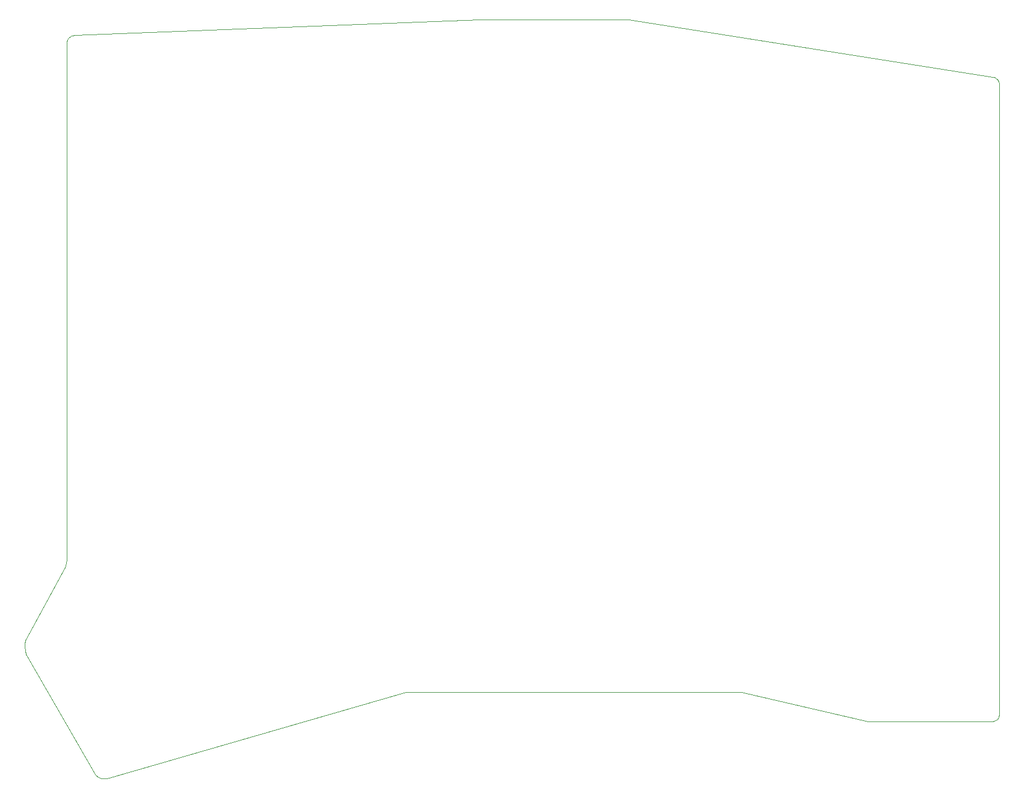
<source format=gm1>
G04 #@! TF.GenerationSoftware,KiCad,Pcbnew,(6.0.2-0)*
G04 #@! TF.CreationDate,2022-02-19T09:10:41+00:00*
G04 #@! TF.ProjectId,SofleKeyboard,536f666c-654b-4657-9962-6f6172642e6b,rev?*
G04 #@! TF.SameCoordinates,Original*
G04 #@! TF.FileFunction,Profile,NP*
%FSLAX46Y46*%
G04 Gerber Fmt 4.6, Leading zero omitted, Abs format (unit mm)*
G04 Created by KiCad (PCBNEW (6.0.2-0)) date 2022-02-19 09:10:41*
%MOMM*%
%LPD*%
G01*
G04 APERTURE LIST*
G04 #@! TA.AperFunction,Profile*
%ADD10C,0.100000*%
G04 #@! TD*
G04 APERTURE END LIST*
D10*
X131480128Y-136189000D02*
X180826000Y-136189000D01*
X199434300Y-140448820D02*
X180826000Y-136189000D01*
X75626000Y-130589000D02*
X75476000Y-130089000D01*
X75476000Y-130089000D02*
X75426000Y-129489000D01*
X75426000Y-129489000D02*
X75426000Y-129089000D01*
X75426000Y-129089000D02*
X75526000Y-128589000D01*
X81601257Y-116589000D02*
X81526000Y-117239000D01*
X81526000Y-117239000D02*
X81326000Y-117839000D01*
X85876000Y-148389000D02*
X86226000Y-148689000D01*
X86226000Y-148689000D02*
X86676000Y-148839000D01*
X86676000Y-148839000D02*
X87112000Y-148905000D01*
X75526000Y-128589000D02*
X81326000Y-117839000D01*
X81937259Y-39851831D02*
X82107752Y-39711160D01*
X81690377Y-40218014D02*
X81796590Y-40022327D01*
X218609881Y-46186807D02*
X218696281Y-46367672D01*
X217801441Y-45634146D02*
X218003111Y-45685776D01*
X81796590Y-40022327D02*
X81937259Y-39851831D01*
X218003111Y-45685776D02*
X218187871Y-45770466D01*
X218750381Y-46563571D02*
X218769181Y-46770902D01*
X85876000Y-148389000D02*
X75626000Y-130589000D01*
X217940741Y-140448819D02*
X199434300Y-140448820D01*
X217940741Y-140448819D02*
G75*
G03*
X218768802Y-139625974I6720J821315D01*
G01*
X218769181Y-46770902D02*
X218768802Y-139625974D01*
X81623257Y-40434261D02*
X81690377Y-40218014D01*
X164276000Y-37189000D02*
X217801441Y-45634146D01*
X81599857Y-40666435D02*
X81623257Y-40434261D01*
X218696281Y-46367672D02*
X218750381Y-46563571D01*
X82107752Y-39711160D02*
X82303436Y-39604945D01*
X218187871Y-45770466D02*
X218352621Y-45884600D01*
X218494321Y-46024582D02*
X218609881Y-46186807D01*
X81601257Y-116589000D02*
X81599857Y-40666435D01*
X131480128Y-136189000D02*
X87548720Y-148854160D01*
X82519680Y-39537815D02*
X82751853Y-39514405D01*
X82303436Y-39604945D02*
X82519680Y-39537815D01*
X142326000Y-37189000D02*
X164276000Y-37189000D01*
X218352621Y-45884600D02*
X218494321Y-46024582D01*
X142326000Y-37189000D02*
X82751853Y-39514405D01*
X87112000Y-148905000D02*
X87548720Y-148854160D01*
M02*

</source>
